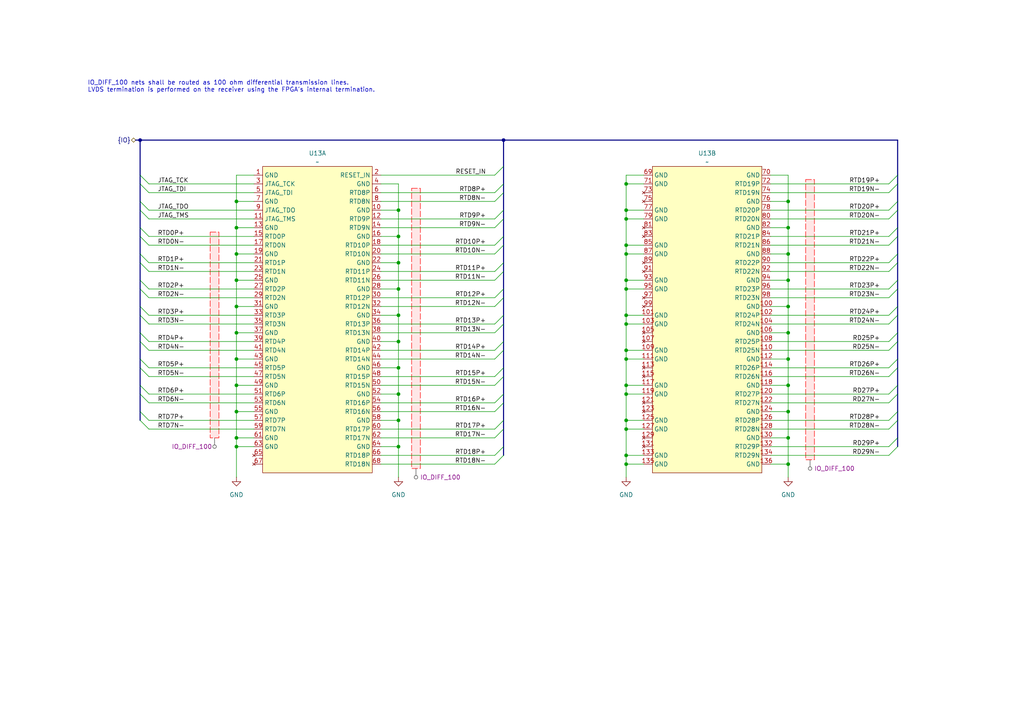
<source format=kicad_sch>
(kicad_sch (version 20250114) (generator "eeschema") (generator_version "9.0")
  (paper "A4")
  (title_block (title "${Project Designation}") (date "2024-06-30") (rev "${Revision}") (comment 1 "${Project Title}") (comment 2 "IO CONNECTOR 1") (comment 3 "${Part Number}"))
  (lib_symbols
    (symbol "ECAP5-BSOM:IO_CONN" (in_bom no)
      (property "Reference" "U" (at -16.51 45.72 0))
      (symbol "IO_CONN_1_0"
        (pin passive line (at -19.05 41.91 0) (length 2.54) (name "GND") (number "1"))
        (pin passive line (at -19.05 39.37 0) (length 2.54) (name "JTAG_TCK") (number "3"))
        (pin passive line (at -19.05 36.83 0) (length 2.54) (name "JTAG_TDI") (number "5"))
        (pin passive line (at -19.05 34.29 0) (length 2.54) (name "GND") (number "7"))
        (pin passive line (at -19.05 31.75 0) (length 2.54) (name "JTAG_TDO") (number "9"))
        (pin passive line (at -19.05 29.21 0) (length 2.54) (name "JTAG_TMS") (number "11"))
        (pin passive line (at -19.05 26.67 0) (length 2.54) (name "GND") (number "13"))
        (pin passive line (at -19.05 24.13 0) (length 2.54) (name "RTD0P") (number "15"))
        (pin passive line (at -19.05 21.59 0) (length 2.54) (name "RTD0N") (number "17"))
        (pin passive line (at -19.05 19.05 0) (length 2.54) (name "GND") (number "19"))
        (pin passive line (at -19.05 16.51 0) (length 2.54) (name "RTD1P") (number "21"))
        (pin passive line (at -19.05 13.97 0) (length 2.54) (name "RTD1N") (number "23"))
        (pin passive line (at -19.05 11.43 0) (length 2.54) (name "GND") (number "25"))
        (pin passive line (at -19.05 8.89 0) (length 2.54) (name "RTD2P") (number "27"))
        (pin passive line (at -19.05 6.35 0) (length 2.54) (name "RTD2N") (number "29"))
        (pin passive line (at -19.05 3.81 0) (length 2.54) (name "GND") (number "31"))
        (pin passive line (at -19.05 1.27 0) (length 2.54) (name "RTD3P") (number "33"))
        (pin passive line (at -19.05 -1.27 0) (length 2.54) (name "RTD3N") (number "35"))
        (pin passive line (at -19.05 -3.81 0) (length 2.54) (name "GND") (number "37"))
        (pin passive line (at -19.05 -6.35 0) (length 2.54) (name "RTD4P") (number "39"))
        (pin passive line (at -19.05 -8.89 0) (length 2.54) (name "RTD4N") (number "41"))
        (pin passive line (at -19.05 -11.43 0) (length 2.54) (name "GND") (number "43"))
        (pin passive line (at -19.05 -13.97 0) (length 2.54) (name "RTD5P") (number "45"))
        (pin passive line (at -19.05 -16.51 0) (length 2.54) (name "RTD5N") (number "47"))
        (pin passive line (at -19.05 -19.05 0) (length 2.54) (name "GND") (number "49"))
        (pin passive line (at -19.05 -21.59 0) (length 2.54) (name "RTD6P") (number "51"))
        (pin passive line (at -19.05 -24.13 0) (length 2.54) (name "RTD6N") (number "53"))
        (pin passive line (at -19.05 -26.67 0) (length 2.54) (name "GND") (number "55"))
        (pin passive line (at -19.05 -29.21 0) (length 2.54) (name "RTD7P") (number "57"))
        (pin passive line (at -19.05 -31.75 0) (length 2.54) (name "RTD7N") (number "59"))
        (pin passive line (at -19.05 -34.29 0) (length 2.54) (name "GND") (number "61"))
        (pin passive line (at -19.05 -36.83 0) (length 2.54) (name "GND") (number "63"))
        (pin no_connect line (at -19.05 -39.37 0) (length 2.54) (name "") (number "65"))
        (pin no_connect line (at -19.05 -41.91 0) (length 2.54) (name "") (number "67"))
        (pin passive line (at 17.78 41.91 180) (length 2.54) (name "RESET_IN") (number "2"))
        (pin passive line (at 17.78 39.37 180) (length 2.54) (name "GND") (number "4"))
        (pin passive line (at 17.78 36.83 180) (length 2.54) (name "RTD8P") (number "6"))
        (pin passive line (at 17.78 34.29 180) (length 2.54) (name "RTD8N") (number "8"))
        (pin passive line (at 17.78 31.75 180) (length 2.54) (name "GND") (number "10"))
        (pin passive line (at 17.78 29.21 180) (length 2.54) (name "RTD9P") (number "12"))
        (pin passive line (at 17.78 26.67 180) (length 2.54) (name "RTD9N") (number "14"))
        (pin passive line (at 17.78 24.13 180) (length 2.54) (name "GND") (number "16"))
        (pin passive line (at 17.78 21.59 180) (length 2.54) (name "RTD10P") (number "18"))
        (pin passive line (at 17.78 19.05 180) (length 2.54) (name "RTD10N") (number "20"))
        (pin passive line (at 17.78 16.51 180) (length 2.54) (name "GND") (number "22"))
        (pin passive line (at 17.78 13.97 180) (length 2.54) (name "RTD11P") (number "24"))
        (pin passive line (at 17.78 11.43 180) (length 2.54) (name "RTD11N") (number "26"))
        (pin passive line (at 17.78 8.89 180) (length 2.54) (name "GND") (number "28"))
        (pin passive line (at 17.78 6.35 180) (length 2.54) (name "RTD12P") (number "30"))
        (pin passive line (at 17.78 3.81 180) (length 2.54) (name "RTD12N") (number "32"))
        (pin passive line (at 17.78 1.27 180) (length 2.54) (name "GND") (number "34"))
        (pin passive line (at 17.78 -1.27 180) (length 2.54) (name "RTD13P") (number "36"))
        (pin passive line (at 17.78 -3.81 180) (length 2.54) (name "RTD13N") (number "38"))
        (pin passive line (at 17.78 -6.35 180) (length 2.54) (name "GND") (number "40"))
        (pin passive line (at 17.78 -8.89 180) (length 2.54) (name "RTD14P") (number "42"))
        (pin passive line (at 17.78 -11.43 180) (length 2.54) (name "RTD14N") (number "44"))
        (pin passive line (at 17.78 -13.97 180) (length 2.54) (name "GND") (number "46"))
        (pin passive line (at 17.78 -16.51 180) (length 2.54) (name "RTD15P") (number "48"))
        (pin passive line (at 17.78 -19.05 180) (length 2.54) (name "RTD15N") (number "50"))
        (pin passive line (at 17.78 -21.59 180) (length 2.54) (name "GND") (number "52"))
        (pin passive line (at 17.78 -24.13 180) (length 2.54) (name "RTD16P") (number "54"))
        (pin passive line (at 17.78 -26.67 180) (length 2.54) (name "RTD16N") (number "56"))
        (pin passive line (at 17.78 -29.21 180) (length 2.54) (name "GND") (number "58"))
        (pin passive line (at 17.78 -31.75 180) (length 2.54) (name "RTD17P") (number "60"))
        (pin passive line (at 17.78 -34.29 180) (length 2.54) (name "RTD17N") (number "62"))
        (pin passive line (at 17.78 -36.83 180) (length 2.54) (name "GND") (number "64"))
        (pin passive line (at 17.78 -39.37 180) (length 2.54) (name "RTD18P") (number "66"))
        (pin passive line (at 17.78 -41.91 180) (length 2.54) (name "RTD18N") (number "68"))
      )
      (symbol "IO_CONN_1_1"
        (rectangle (start -16.51 44.45) (end 15.24 -44.45) (fill (type background)))
      )
      (symbol "IO_CONN_2_0"
        (pin passive line (at -19.05 41.91 0) (length 2.54) (name "GND") (number "69"))
        (pin passive line (at -19.05 39.37 0) (length 2.54) (name "GND") (number "71"))
        (pin no_connect line (at -19.05 36.83 0) (length 2.54) (name "") (number "73"))
        (pin no_connect line (at -19.05 34.29 0) (length 2.54) (name "") (number "75"))
        (pin passive line (at -19.05 31.75 0) (length 2.54) (name "GND") (number "77"))
        (pin passive line (at -19.05 29.21 0) (length 2.54) (name "GND") (number "79"))
        (pin no_connect line (at -19.05 26.67 0) (length 2.54) (name "") (number "81"))
        (pin no_connect line (at -19.05 24.13 0) (length 2.54) (name "") (number "83"))
        (pin passive line (at -19.05 21.59 0) (length 2.54) (name "GND") (number "85"))
        (pin passive line (at -19.05 19.05 0) (length 2.54) (name "GND") (number "87"))
        (pin no_connect line (at -19.05 16.51 0) (length 2.54) (name "") (number "89"))
        (pin no_connect line (at -19.05 13.97 0) (length 2.54) (name "") (number "91"))
        (pin passive line (at -19.05 11.43 0) (length 2.54) (name "GND") (number "93"))
        (pin passive line (at -19.05 8.89 0) (length 2.54) (name "GND") (number "95"))
        (pin no_connect line (at -19.05 6.35 0) (length 2.54) (name "") (number "97"))
        (pin no_connect line (at -19.05 3.81 0) (length 2.54) (name "") (number "99"))
        (pin passive line (at -19.05 1.27 0) (length 2.54) (name "GND") (number "101"))
        (pin passive line (at -19.05 -1.27 0) (length 2.54) (name "GND") (number "103"))
        (pin no_connect line (at -19.05 -3.81 0) (length 2.54) (name "") (number "105"))
        (pin no_connect line (at -19.05 -6.35 0) (length 2.54) (name "") (number "107"))
        (pin passive line (at -19.05 -8.89 0) (length 2.54) (name "GND") (number "109"))
        (pin passive line (at -19.05 -11.43 0) (length 2.54) (name "GND") (number "111"))
        (pin no_connect line (at -19.05 -13.97 0) (length 2.54) (name "") (number "113"))
        (pin no_connect line (at -19.05 -16.51 0) (length 2.54) (name "") (number "115"))
        (pin passive line (at -19.05 -19.05 0) (length 2.54) (name "GND") (number "117"))
        (pin passive line (at -19.05 -21.59 0) (length 2.54) (name "GND") (number "119"))
        (pin no_connect line (at -19.05 -24.13 0) (length 2.54) (name "") (number "121"))
        (pin no_connect line (at -19.05 -26.67 0) (length 2.54) (name "") (number "123"))
        (pin passive line (at -19.05 -29.21 0) (length 2.54) (name "GND") (number "125"))
        (pin passive line (at -19.05 -31.75 0) (length 2.54) (name "GND") (number "127"))
        (pin no_connect line (at -19.05 -34.29 0) (length 2.54) (name "") (number "129"))
        (pin no_connect line (at -19.05 -36.83 0) (length 2.54) (name "") (number "131"))
        (pin passive line (at -19.05 -39.37 0) (length 2.54) (name "GND") (number "133"))
        (pin passive line (at -19.05 -41.91 0) (length 2.54) (name "GND") (number "135"))
        (pin passive line (at 17.78 41.91 180) (length 2.54) (name "GND") (number "70"))
        (pin passive line (at 17.78 39.37 180) (length 2.54) (name "RTD19P") (number "72"))
        (pin passive line (at 17.78 36.83 180) (length 2.54) (name "RTD19N") (number "74"))
        (pin passive line (at 17.78 34.29 180) (length 2.54) (name "GND") (number "76"))
        (pin passive line (at 17.78 31.75 180) (length 2.54) (name "RTD20P") (number "78"))
        (pin passive line (at 17.78 29.21 180) (length 2.54) (name "RTD20N") (number "80"))
        (pin passive line (at 17.78 26.67 180) (length 2.54) (name "GND") (number "82"))
        (pin passive line (at 17.78 24.13 180) (length 2.54) (name "RTD21P") (number "84"))
        (pin passive line (at 17.78 21.59 180) (length 2.54) (name "RTD21N") (number "86"))
        (pin passive line (at 17.78 19.05 180) (length 2.54) (name "GND") (number "88"))
        (pin passive line (at 17.78 16.51 180) (length 2.54) (name "RTD22P") (number "90"))
        (pin passive line (at 17.78 13.97 180) (length 2.54) (name "RTD22N") (number "92"))
        (pin passive line (at 17.78 11.43 180) (length 2.54) (name "GND") (number "94"))
        (pin passive line (at 17.78 8.89 180) (length 2.54) (name "RTD23P") (number "96"))
        (pin passive line (at 17.78 6.35 180) (length 2.54) (name "RTD23N") (number "98"))
        (pin passive line (at 17.78 3.81 180) (length 2.54) (name "GND") (number "100"))
        (pin passive line (at 17.78 1.27 180) (length 2.54) (name "RTD24P") (number "102"))
        (pin passive line (at 17.78 -1.27 180) (length 2.54) (name "RTD24N") (number "104"))
        (pin passive line (at 17.78 -3.81 180) (length 2.54) (name "GND") (number "106"))
        (pin passive line (at 17.78 -6.35 180) (length 2.54) (name "RTD25P") (number "108"))
        (pin passive line (at 17.78 -8.89 180) (length 2.54) (name "RTD25N") (number "110"))
        (pin passive line (at 17.78 -11.43 180) (length 2.54) (name "GND") (number "112"))
        (pin passive line (at 17.78 -13.97 180) (length 2.54) (name "RTD26P") (number "114"))
        (pin passive line (at 17.78 -16.51 180) (length 2.54) (name "RTD26N") (number "116"))
        (pin passive line (at 17.78 -19.05 180) (length 2.54) (name "GND") (number "118"))
        (pin passive line (at 17.78 -21.59 180) (length 2.54) (name "RTD27P") (number "120"))
        (pin passive line (at 17.78 -24.13 180) (length 2.54) (name "RTD27N") (number "122"))
        (pin passive line (at 17.78 -26.67 180) (length 2.54) (name "GND") (number "124"))
        (pin passive line (at 17.78 -29.21 180) (length 2.54) (name "RTD28P") (number "126"))
        (pin passive line (at 17.78 -31.75 180) (length 2.54) (name "RTD28N") (number "128"))
        (pin passive line (at 17.78 -34.29 180) (length 2.54) (name "GND") (number "130"))
        (pin passive line (at 17.78 -36.83 180) (length 2.54) (name "RTD29P") (number "132"))
        (pin passive line (at 17.78 -39.37 180) (length 2.54) (name "RTD29N") (number "134"))
        (pin passive line (at 17.78 -41.91 180) (length 2.54) (name "GND") (number "136"))
      )
      (symbol "IO_CONN_2_1"
        (rectangle (start -16.51 44.45) (end 15.24 -44.45) (fill (type background)))
      )
      (symbol "IO_CONN_3_0"
        (pin no_connect line (at -19.05 41.91 0) (length 2.54) (name "") (number "137"))
        (pin no_connect line (at -19.05 39.37 0) (length 2.54) (name "") (number "139"))
        (pin passive line (at -19.05 36.83 0) (length 2.54) (name "GND") (number "141"))
        (pin passive line (at -19.05 19.05 0) (length 2.54) (name "SE0") (number "143"))
        (pin passive line (at -19.05 16.51 0) (length 2.54) (name "GND") (number "145"))
        (pin passive line (at -19.05 13.97 0) (length 2.54) (name "SE1") (number "147"))
        (pin passive line (at -19.05 11.43 0) (length 2.54) (name "SE2") (number "149"))
        (pin passive line (at -19.05 8.89 0) (length 2.54) (name "GND") (number "151"))
        (pin passive line (at -19.05 6.35 0) (length 2.54) (name "SE3") (number "153"))
        (pin passive line (at -19.05 3.81 0) (length 2.54) (name "SE4") (number "155"))
        (pin passive line (at -19.05 1.27 0) (length 2.54) (name "GND") (number "157"))
        (pin passive line (at -19.05 -1.27 0) (length 2.54) (name "SE5") (number "159"))
        (pin passive line (at -19.05 -3.81 0) (length 2.54) (name "SE6") (number "161"))
        (pin passive line (at -19.05 -6.35 0) (length 2.54) (name "GND") (number "163"))
        (pin passive line (at -19.05 -8.89 0) (length 2.54) (name "SE7") (number "165"))
        (pin passive line (at -19.05 -11.43 0) (length 2.54) (name "SE8") (number "167"))
        (pin passive line (at -19.05 -13.97 0) (length 2.54) (name "GND") (number "169"))
        (pin passive line (at -19.05 -16.51 0) (length 2.54) (name "SE9") (number "171"))
        (pin passive line (at -19.05 -19.05 0) (length 2.54) (name "SE10") (number "173"))
        (pin passive line (at -19.05 -21.59 0) (length 2.54) (name "GND") (number "175"))
        (pin passive line (at -19.05 -24.13 0) (length 2.54) (name "SE11") (number "177"))
        (pin passive line (at -19.05 -26.67 0) (length 2.54) (name "SE12") (number "179"))
        (pin passive line (at -19.05 -29.21 0) (length 2.54) (name "GND") (number "181"))
        (pin passive line (at -19.05 -31.75 0) (length 2.54) (name "SE13") (number "183"))
        (pin passive line (at -19.05 -34.29 0) (length 2.54) (name "SE14") (number "185"))
        (pin passive line (at -19.05 -36.83 0) (length 2.54) (name "GND") (number "187"))
        (pin passive line (at -19.05 -39.37 0) (length 2.54) (name "SE15") (number "189"))
        (pin passive line (at -19.05 -41.91 0) (length 2.54) (name "SE16") (number "191"))
        (pin passive line (at 17.78 41.91 180) (length 2.54) (name "RTD30P") (number "138"))
        (pin passive line (at 17.78 39.37 180) (length 2.54) (name "RTD30N") (number "140"))
        (pin passive line (at 17.78 36.83 180) (length 2.54) (name "GND") (number "142"))
        (pin passive line (at 17.78 19.05 180) (length 2.54) (name "GND") (number "144"))
        (pin passive line (at 17.78 16.51 180) (length 2.54) (name "RTD31P") (number "146"))
        (pin passive line (at 17.78 13.97 180) (length 2.54) (name "RTD31N") (number "148"))
        (pin passive line (at 17.78 11.43 180) (length 2.54) (name "GND") (number "150"))
        (pin passive line (at 17.78 8.89 180) (length 2.54) (name "SE35") (number "152"))
        (pin passive line (at 17.78 6.35 180) (length 2.54) (name "SE36") (number "154"))
        (pin passive line (at 17.78 3.81 180) (length 2.54) (name "GND") (number "156"))
        (pin passive line (at 17.78 1.27 180) (length 2.54) (name "SE37") (number "158"))
        (pin passive line (at 17.78 -1.27 180) (length 2.54) (name "SE38") (number "160"))
        (pin passive line (at 17.78 -3.81 180) (length 2.54) (name "GND") (number "162"))
        (pin passive line (at 17.78 -6.35 180) (length 2.54) (name "SE39") (number "164"))
        (pin passive line (at 17.78 -8.89 180) (length 2.54) (name "SE40") (number "166"))
        (pin passive line (at 17.78 -11.43 180) (length 2.54) (name "GND") (number "168"))
        (pin passive line (at 17.78 -13.97 180) (length 2.54) (name "SE41") (number "170"))
        (pin passive line (at 17.78 -16.51 180) (length 2.54) (name "SE42") (number "172"))
        (pin passive line (at 17.78 -19.05 180) (length 2.54) (name "GND") (number "174"))
        (pin passive line (at 17.78 -21.59 180) (length 2.54) (name "SE43") (number "176"))
        (pin passive line (at 17.78 -24.13 180) (length 2.54) (name "SE44") (number "178"))
        (pin passive line (at 17.78 -26.67 180) (length 2.54) (name "GND") (number "180"))
        (pin passive line (at 17.78 -29.21 180) (length 2.54) (name "SE45") (number "182"))
        (pin passive line (at 17.78 -31.75 180) (length 2.54) (name "SE46") (number "184"))
        (pin passive line (at 17.78 -34.29 180) (length 2.54) (name "GND") (number "186"))
        (pin passive line (at 17.78 -36.83 180) (length 2.54) (name "SE47") (number "188"))
        (pin passive line (at 17.78 -39.37 180) (length 2.54) (name "SE48") (number "190"))
        (pin passive line (at 17.78 -41.91 180) (length 2.54) (name "GND") (number "192"))
      )
      (symbol "IO_CONN_3_1"
        (rectangle (start -16.51 44.45) (end 15.24 -44.45) (fill (type background)))
        (rectangle (start -16.51 33.02) (end 15.24 22.86))
        (text "key" (at -0.254 28.194 0) (effects (font (size 1.27 1.27) (italic yes))))
      )
      (symbol "IO_CONN_4_0"
        (pin passive line (at -19.05 41.91 0) (length 2.54) (name "GND") (number "193"))
        (pin passive line (at -19.05 39.37 0) (length 2.54) (name "SE17") (number "195"))
        (pin passive line (at -19.05 36.83 0) (length 2.54) (name "SE18") (number "197"))
        (pin passive line (at -19.05 34.29 0) (length 2.54) (name "GND") (number "199"))
        (pin passive line (at -19.05 31.75 0) (length 2.54) (name "SE19") (number "201"))
        (pin passive line (at -19.05 29.21 0) (length 2.54) (name "SE20") (number "203"))
        (pin passive line (at -19.05 26.67 0) (length 2.54) (name "GND") (number "205"))
        (pin passive line (at -19.05 24.13 0) (length 2.54) (name "SE21") (number "207"))
        (pin passive line (at -19.05 21.59 0) (length 2.54) (name "SE22") (number "209"))
        (pin passive line (at -19.05 19.05 0) (length 2.54) (name "GND") (number "211"))
        (pin passive line (at -19.05 16.51 0) (length 2.54) (name "SE23") (number "213"))
        (pin passive line (at -19.05 13.97 0) (length 2.54) (name "SE24") (number "215"))
        (pin passive line (at -19.05 11.43 0) (length 2.54) (name "GND") (number "217"))
        (pin passive line (at -19.05 8.89 0) (length 2.54) (name "SE25") (number "219"))
        (pin passive line (at -19.05 6.35 0) (length 2.54) (name "SE26") (number "221"))
        (pin passive line (at -19.05 3.81 0) (length 2.54) (name "GND") (number "223"))
        (pin passive line (at -19.05 1.27 0) (length 2.54) (name "SE27") (number "225"))
        (pin passive line (at -19.05 -1.27 0) (length 2.54) (name "SE28") (number "227"))
        (pin passive line (at -19.05 -3.81 0) (length 2.54) (name "GND") (number "229"))
        (pin passive line (at -19.05 -6.35 0) (length 2.54) (name "SE29") (number "231"))
        (pin passive line (at -19.05 -8.89 0) (length 2.54) (name "SE30") (number "233"))
        (pin passive line (at -19.05 -11.43 0) (length 2.54) (name "GND") (number "235"))
        (pin passive line (at -19.05 -13.97 0) (length 2.54) (name "SE31") (number "237"))
        (pin passive line (at -19.05 -16.51 0) (length 2.54) (name "SE32") (number "239"))
        (pin passive line (at -19.05 -19.05 0) (length 2.54) (name "GND") (number "241"))
        (pin passive line (at -19.05 -21.59 0) (length 2.54) (name "SE33") (number "243"))
        (pin passive line (at -19.05 -24.13 0) (length 2.54) (name "SE34") (number "245"))
        (pin passive line (at -19.05 -26.67 0) (length 2.54) (name "GND") (number "247"))
        (pin passive line (at -19.05 -29.21 0) (length 2.54) (name "GND") (number "249"))
        (pin passive line (at -19.05 -31.75 0) (length 2.54) (name "VIN9_15") (number "251"))
        (pin passive line (at -19.05 -34.29 0) (length 2.54) (name "VIN9_15") (number "253"))
        (pin passive line (at -19.05 -36.83 0) (length 2.54) (name "VIN9_15") (number "255"))
        (pin passive line (at -19.05 -39.37 0) (length 2.54) (name "VIN9_15") (number "257"))
        (pin passive line (at -19.05 -41.91 0) (length 2.54) (name "VIN9_15") (number "259"))
        (pin passive line (at 17.78 41.91 180) (length 2.54) (name "SE49") (number "194"))
        (pin passive line (at 17.78 39.37 180) (length 2.54) (name "SE50") (number "196"))
        (pin passive line (at 17.78 36.83 180) (length 2.54) (name "GND") (number "198"))
        (pin passive line (at 17.78 34.29 180) (length 2.54) (name "SE51") (number "200"))
        (pin passive line (at 17.78 31.75 180) (length 2.54) (name "SE52") (number "202"))
        (pin passive line (at 17.78 29.21 180) (length 2.54) (name "GND") (number "204"))
        (pin passive line (at 17.78 26.67 180) (length 2.54) (name "SE53") (number "206"))
        (pin passive line (at 17.78 24.13 180) (length 2.54) (name "SE54") (number "208"))
        (pin passive line (at 17.78 21.59 180) (length 2.54) (name "GND") (number "210"))
        (pin passive line (at 17.78 19.05 180) (length 2.54) (name "SE55") (number "212"))
        (pin passive line (at 17.78 16.51 180) (length 2.54) (name "SE56") (number "214"))
        (pin passive line (at 17.78 13.97 180) (length 2.54) (name "GND") (number "216"))
        (pin passive line (at 17.78 11.43 180) (length 2.54) (name "SE57") (number "218"))
        (pin passive line (at 17.78 8.89 180) (length 2.54) (name "SE58") (number "220"))
        (pin passive line (at 17.78 6.35 180) (length 2.54) (name "GND") (number "222"))
        (pin passive line (at 17.78 3.81 180) (length 2.54) (name "SE59") (number "224"))
        (pin passive line (at 17.78 1.27 180) (length 2.54) (name "SE60") (number "226"))
        (pin passive line (at 17.78 -1.27 180) (length 2.54) (name "GND") (number "228"))
        (pin passive line (at 17.78 -3.81 180) (length 2.54) (name "SE61") (number "230"))
        (pin passive line (at 17.78 -6.35 180) (length 2.54) (name "SE62") (number "232"))
        (pin passive line (at 17.78 -8.89 180) (length 2.54) (name "GND") (number "234"))
        (pin passive line (at 17.78 -11.43 180) (length 2.54) (name "SE63") (number "236"))
        (pin passive line (at 17.78 -13.97 180) (length 2.54) (name "SE64") (number "238"))
        (pin passive line (at 17.78 -16.51 180) (length 2.54) (name "GND") (number "240"))
        (pin passive line (at 17.78 -19.05 180) (length 2.54) (name "SE65") (number "242"))
        (pin passive line (at 17.78 -21.59 180) (length 2.54) (name "SE66") (number "244"))
        (pin passive line (at 17.78 -24.13 180) (length 2.54) (name "GND") (number "246"))
        (pin passive line (at 17.78 -26.67 180) (length 2.54) (name "SE67") (number "248"))
        (pin passive line (at 17.78 -29.21 180) (length 2.54) (name "GND") (number "250"))
        (pin passive line (at 17.78 -31.75 180) (length 2.54) (name "VIN9_15") (number "252"))
        (pin passive line (at 17.78 -34.29 180) (length 2.54) (name "VIN9_15") (number "254"))
        (pin passive line (at 17.78 -36.83 180) (length 2.54) (name "VIN9_15") (number "256"))
        (pin passive line (at 17.78 -39.37 180) (length 2.54) (name "VIN9_15") (number "258"))
        (pin passive line (at 17.78 -41.91 180) (length 2.54) (name "VIN9_15") (number "260"))
      )
      (symbol "IO_CONN_4_1"
        (rectangle (start -16.51 44.45) (end 15.24 -44.45) (fill (type background)))
      )
    )
    (symbol "power:GND" (power) (pin_numbers (hide yes)) (pin_names (offset 0) (hide yes))
      (property "Value" "GND" (at 0 -3.81 0))
      (symbol "GND_0_1"
        (polyline (pts (xy 0 0) (xy 0 -1.27) (xy 1.27 -1.27) (xy 0 -2.54) (xy -1.27 -1.27) (xy 0 -1.27)))
      )
      (symbol "GND_1_1"
        (pin power_in line (at 0 0 270) (length 0) (name "~") (number "1"))
      )
    )
  )
  (bus_alias "IO" (members "JTAG_TCK" "JTAG_TDI" "JTAG_TDO" "JTAG_TMS" "SE1" "SE2" "SE3" "SE4" "SE5" "SE6" "SE7" "SE8" "SE9" "SE10" "SE11" "SE12" "SE13" "SE14" "SE15" "SE16" "SE17" "SE18" "SE19" "SE20" "SE21" "SE22" "SE23" "SE24" "SE25" "SE26" "SE27" "SE28" "SE29" "SE30" "SE31" "SE32" "SE33" "SE34" "SE35" "SE36" "SE37" "SE38" "SE39" "SE40" "SE41" "SE42" "SE43" "SE44" "SE45" "SE46" "SE47" "SE48" "SE49" "SE50" "SE51" "SE52" "SE53" "SE54" "SE55" "SE56" "SE57" "SE58" "SE59" "SE60" "SE61" "SE62" "SE63" "SE64" "SE65" "SE66" "SE67" "RTD0P+" "RTD0N-" "RTD1P+" "RTD1N-" "RTD2P+" "RTD2N-" "RTD3P+" "RTD3N-" "RTD4P+" "RTD4N-" "RTD5P+" "RTD5N-" "RTD6P+" "RTD6N-" "RTD7P+" "RTD7N-" "RTD8P+" "RTD8N-" "RTD9P+" "RTD9N-" "RTD10P+" "RTD10N-" "RTD11P+" "RTD11N-" "RTD12P+" "RTD12N-" "RTD13P+" "RTD13N-" "RTD14P+" "RTD14N-" "RTD15P+" "RTD15N-" "RTD16P+" "RTD16N-" "RTD17P+" "RTD17N-" "RTD18P+" "RTD18N-" "RTD19P+" "RTD19N-" "RTD20P+" "RTD20N-" "RTD21P+" "RTD21N-" "RTD22P+" "RTD22N-" "RTD23P+" "RTD23N-" "RTD24P+" "RTD24N-" "RD25P+" "RD25N-" "RTD26P+" "RTD26N-" "RD27P+" "RD27N-" "RTD28P+" "RTD28N-" "RD29P+" "RD29N-" "RTD30P+" "RTD30N-" "RD31P+" "RD31N-" "RESET_IN" "SE0"))
  (text "IO_DIFF_100 nets shall be routed as 100 ohm differential transmission lines.\nLVDS termination is performed on the receiver using the FPGA's internal termination." (at 25.4 25.146 0) (effects (font (size 1.27 1.27)) (justify left)))
  (junction (at 40.64 40.64))
  (junction (at 115.57 121.92))
  (junction (at 181.61 53.34))
  (junction (at 181.61 81.28))
  (junction (at 181.61 101.6))
  (junction (at 228.6 88.9))
  (junction (at 181.61 132.08))
  (junction (at 115.57 91.44))
  (junction (at 68.58 119.38))
  (junction (at 146.05 40.64))
  (junction (at 228.6 104.14))
  (junction (at 115.57 83.82))
  (junction (at 181.61 121.92))
  (junction (at 181.61 73.66))
  (junction (at 115.57 129.54))
  (junction (at 181.61 93.98))
  (junction (at 228.6 134.62))
  (junction (at 228.6 66.04))
  (junction (at 68.58 81.28))
  (junction (at 68.58 88.9))
  (junction (at 181.61 134.62))
  (junction (at 68.58 111.76))
  (junction (at 181.61 124.46))
  (junction (at 181.61 60.96))
  (junction (at 115.57 114.3))
  (junction (at 115.57 106.68))
  (junction (at 228.6 111.76))
  (junction (at 115.57 60.96))
  (junction (at 115.57 76.2))
  (junction (at 68.58 127))
  (junction (at 181.61 104.14))
  (junction (at 181.61 114.3))
  (junction (at 181.61 63.5))
  (junction (at 228.6 58.42))
  (junction (at 181.61 91.44))
  (junction (at 228.6 127))
  (junction (at 181.61 71.12))
  (junction (at 68.58 73.66))
  (junction (at 68.58 104.14))
  (junction (at 181.61 111.76))
  (junction (at 68.58 58.42))
  (junction (at 68.58 96.52))
  (junction (at 115.57 68.58))
  (junction (at 228.6 96.52))
  (junction (at 68.58 129.54))
  (junction (at 181.61 83.82))
  (junction (at 228.6 119.38))
  (junction (at 115.57 99.06))
  (junction (at 228.6 73.66))
  (junction (at 228.6 81.28))
  (junction (at 68.58 66.04))
  (bus_entry (at 40.64 50.8) (size 2.54 2.54))
  (bus_entry (at 146.05 53.34) (size -2.54 2.54))
  (bus_entry (at 260.35 111.76) (size -2.54 2.54))
  (bus_entry (at 146.05 106.68) (size -2.54 2.54))
  (bus_entry (at 146.05 129.54) (size -2.54 2.54))
  (bus_entry (at 146.05 116.84) (size -2.54 2.54))
  (bus_entry (at 146.05 101.6) (size -2.54 2.54))
  (bus_entry (at 260.35 88.9) (size -2.54 2.54))
  (bus_entry (at 260.35 73.66) (size -2.54 2.54))
  (bus_entry (at 260.35 66.04) (size -2.54 2.54))
  (bus_entry (at 260.35 58.42) (size -2.54 2.54))
  (bus_entry (at 260.35 83.82) (size -2.54 2.54))
  (bus_entry (at 40.64 106.68) (size 2.54 2.54))
  (bus_entry (at 40.64 104.14) (size 2.54 2.54))
  (bus_entry (at 146.05 114.3) (size -2.54 2.54))
  (bus_entry (at 260.35 127) (size -2.54 2.54))
  (bus_entry (at 40.64 88.9) (size 2.54 2.54))
  (bus_entry (at 40.64 91.44) (size 2.54 2.54))
  (bus_entry (at 40.64 114.3) (size 2.54 2.54))
  (bus_entry (at 260.35 68.58) (size -2.54 2.54))
  (bus_entry (at 260.35 96.52) (size -2.54 2.54))
  (bus_entry (at 40.64 111.76) (size 2.54 2.54))
  (bus_entry (at 260.35 104.14) (size -2.54 2.54))
  (bus_entry (at 146.05 83.82) (size -2.54 2.54))
  (bus_entry (at 40.64 99.06) (size 2.54 2.54))
  (bus_entry (at 40.64 96.52) (size 2.54 2.54))
  (bus_entry (at 260.35 121.92) (size -2.54 2.54))
  (bus_entry (at 146.05 132.08) (size -2.54 2.54))
  (bus_entry (at 40.64 121.92) (size 2.54 2.54))
  (bus_entry (at 40.64 60.96) (size 2.54 2.54))
  (bus_entry (at 260.35 50.8) (size -2.54 2.54))
  (bus_entry (at 40.64 58.42) (size 2.54 2.54))
  (bus_entry (at 40.64 68.58) (size 2.54 2.54))
  (bus_entry (at 146.05 76.2) (size -2.54 2.54))
  (bus_entry (at 146.05 63.5) (size -2.54 2.54))
  (bus_entry (at 146.05 60.96) (size -2.54 2.54))
  (bus_entry (at 40.64 76.2) (size 2.54 2.54))
  (bus_entry (at 260.35 114.3) (size -2.54 2.54))
  (bus_entry (at 40.64 73.66) (size 2.54 2.54))
  (bus_entry (at 146.05 78.74) (size -2.54 2.54))
  (bus_entry (at 146.05 121.92) (size -2.54 2.54))
  (bus_entry (at 146.05 93.98) (size -2.54 2.54))
  (bus_entry (at 146.05 48.26) (size -2.54 2.54))
  (bus_entry (at 146.05 124.46) (size -2.54 2.54))
  (bus_entry (at 260.35 53.34) (size -2.54 2.54))
  (bus_entry (at 260.35 81.28) (size -2.54 2.54))
  (bus_entry (at 146.05 91.44) (size -2.54 2.54))
  (bus_entry (at 146.05 71.12) (size -2.54 2.54))
  (bus_entry (at 260.35 91.44) (size -2.54 2.54))
  (bus_entry (at 146.05 68.58) (size -2.54 2.54))
  (bus_entry (at 146.05 109.22) (size -2.54 2.54))
  (bus_entry (at 40.64 81.28) (size 2.54 2.54))
  (bus_entry (at 260.35 99.06) (size -2.54 2.54))
  (bus_entry (at 40.64 53.34) (size 2.54 2.54))
  (bus_entry (at 146.05 55.88) (size -2.54 2.54))
  (bus_entry (at 40.64 83.82) (size 2.54 2.54))
  (bus_entry (at 146.05 99.06) (size -2.54 2.54))
  (bus_entry (at 40.64 119.38) (size 2.54 2.54))
  (bus_entry (at 260.35 76.2) (size -2.54 2.54))
  (bus_entry (at 260.35 106.68) (size -2.54 2.54))
  (bus_entry (at 260.35 119.38) (size -2.54 2.54))
  (bus_entry (at 260.35 60.96) (size -2.54 2.54))
  (bus_entry (at 40.64 66.04) (size 2.54 2.54))
  (bus_entry (at 260.35 129.54) (size -2.54 2.54))
  (bus_entry (at 146.05 86.36) (size -2.54 2.54))
  (wire (pts (xy 223.52 76.2) (xy 257.81 76.2)))
  (wire (pts (xy 43.18 71.12) (xy 73.66 71.12)))
  (wire (pts (xy 223.52 88.9) (xy 228.6 88.9)))
  (wire (pts (xy 223.52 109.22) (xy 257.81 109.22)))
  (wire (pts (xy 223.52 119.38) (xy 228.6 119.38)))
  (bus (pts (xy 260.35 99.06) (xy 260.35 96.52)))
  (wire (pts (xy 43.18 68.58) (xy 73.66 68.58)))
  (wire (pts (xy 223.52 83.82) (xy 257.81 83.82)))
  (wire (pts (xy 181.61 63.5) (xy 181.61 71.12)))
  (bus (pts (xy 40.64 83.82) (xy 40.64 81.28)))
  (wire (pts (xy 73.66 81.28) (xy 68.58 81.28)))
  (wire (pts (xy 110.49 76.2) (xy 115.57 76.2)))
  (wire (pts (xy 223.52 101.6) (xy 257.81 101.6)))
  (wire (pts (xy 68.58 138.43) (xy 68.58 129.54)))
  (bus (pts (xy 260.35 60.96) (xy 260.35 58.42)))
  (bus (pts (xy 146.05 63.5) (xy 146.05 60.96)))
  (wire (pts (xy 110.49 63.5) (xy 143.51 63.5)))
  (wire (pts (xy 223.52 73.66) (xy 228.6 73.66)))
  (bus (pts (xy 260.35 50.8) (xy 260.35 40.64)))
  (bus (pts (xy 260.35 66.04) (xy 260.35 60.96)))
  (wire (pts (xy 110.49 81.28) (xy 143.51 81.28)))
  (wire (pts (xy 186.69 134.62) (xy 181.61 134.62)))
  (wire (pts (xy 228.6 111.76) (xy 228.6 119.38)))
  (wire (pts (xy 43.18 53.34) (xy 73.66 53.34)))
  (wire (pts (xy 228.6 134.62) (xy 228.6 138.43)))
  (wire (pts (xy 181.61 71.12) (xy 186.69 71.12)))
  (wire (pts (xy 110.49 116.84) (xy 143.51 116.84)))
  (wire (pts (xy 181.61 132.08) (xy 181.61 134.62)))
  (wire (pts (xy 223.52 66.04) (xy 228.6 66.04)))
  (wire (pts (xy 181.61 114.3) (xy 186.69 114.3)))
  (wire (pts (xy 73.66 111.76) (xy 68.58 111.76)))
  (bus (pts (xy 146.05 55.88) (xy 146.05 53.34)))
  (bus (pts (xy 146.05 106.68) (xy 146.05 101.6)))
  (wire (pts (xy 223.52 81.28) (xy 228.6 81.28)))
  (wire (pts (xy 181.61 134.62) (xy 181.61 138.43)))
  (wire (pts (xy 228.6 50.8) (xy 228.6 58.42)))
  (bus (pts (xy 39.37 40.64) (xy 40.64 40.64)))
  (wire (pts (xy 43.18 114.3) (xy 73.66 114.3)))
  (bus (pts (xy 146.05 60.96) (xy 146.05 55.88)))
  (wire (pts (xy 115.57 99.06) (xy 115.57 106.68)))
  (wire (pts (xy 43.18 78.74) (xy 73.66 78.74)))
  (wire (pts (xy 110.49 66.04) (xy 143.51 66.04)))
  (bus (pts (xy 40.64 96.52) (xy 40.64 91.44)))
  (wire (pts (xy 228.6 96.52) (xy 228.6 104.14)))
  (bus (pts (xy 146.05 76.2) (xy 146.05 71.12)))
  (bus (pts (xy 146.05 40.64) (xy 260.35 40.64)))
  (bus (pts (xy 146.05 109.22) (xy 146.05 106.68)))
  (wire (pts (xy 223.52 50.8) (xy 228.6 50.8)))
  (bus (pts (xy 260.35 129.54) (xy 260.35 127)))
  (bus (pts (xy 40.64 68.58) (xy 40.64 66.04)))
  (wire (pts (xy 43.18 101.6) (xy 73.66 101.6)))
  (wire (pts (xy 223.52 58.42) (xy 228.6 58.42)))
  (wire (pts (xy 228.6 119.38) (xy 228.6 127)))
  (bus (pts (xy 260.35 119.38) (xy 260.35 114.3)))
  (wire (pts (xy 73.66 88.9) (xy 68.58 88.9)))
  (wire (pts (xy 43.18 86.36) (xy 73.66 86.36)))
  (bus (pts (xy 260.35 104.14) (xy 260.35 99.06)))
  (bus (pts (xy 146.05 91.44) (xy 146.05 86.36)))
  (bus (pts (xy 40.64 106.68) (xy 40.64 104.14)))
  (wire (pts (xy 228.6 81.28) (xy 228.6 88.9)))
  (bus (pts (xy 146.05 78.74) (xy 146.05 76.2)))
  (wire (pts (xy 115.57 91.44) (xy 115.57 99.06)))
  (wire (pts (xy 110.49 121.92) (xy 115.57 121.92)))
  (wire (pts (xy 43.18 109.22) (xy 73.66 109.22)))
  (wire (pts (xy 223.52 96.52) (xy 228.6 96.52)))
  (wire (pts (xy 73.66 119.38) (xy 68.58 119.38)))
  (wire (pts (xy 181.61 53.34) (xy 186.69 53.34)))
  (wire (pts (xy 110.49 88.9) (xy 143.51 88.9)))
  (wire (pts (xy 73.66 127) (xy 68.58 127)))
  (wire (pts (xy 73.66 104.14) (xy 68.58 104.14)))
  (bus (pts (xy 40.64 81.28) (xy 40.64 76.2)))
  (wire (pts (xy 110.49 109.22) (xy 143.51 109.22)))
  (wire (pts (xy 43.18 60.96) (xy 73.66 60.96)))
  (wire (pts (xy 115.57 106.68) (xy 115.57 114.3)))
  (wire (pts (xy 68.58 111.76) (xy 68.58 119.38)))
  (wire (pts (xy 43.18 124.46) (xy 73.66 124.46)))
  (wire (pts (xy 223.52 93.98) (xy 257.81 93.98)))
  (wire (pts (xy 186.69 50.8) (xy 181.61 50.8)))
  (wire (pts (xy 110.49 114.3) (xy 115.57 114.3)))
  (bus (pts (xy 40.64 119.38) (xy 40.64 114.3)))
  (wire (pts (xy 68.58 58.42) (xy 68.58 66.04)))
  (wire (pts (xy 181.61 63.5) (xy 186.69 63.5)))
  (wire (pts (xy 181.61 91.44) (xy 186.69 91.44)))
  (bus (pts (xy 40.64 50.8) (xy 40.64 40.64)))
  (wire (pts (xy 110.49 50.8) (xy 143.51 50.8)))
  (wire (pts (xy 73.66 50.8) (xy 68.58 50.8)))
  (bus (pts (xy 146.05 71.12) (xy 146.05 68.58)))
  (bus (pts (xy 146.05 114.3) (xy 146.05 109.22)))
  (wire (pts (xy 110.49 93.98) (xy 143.51 93.98)))
  (wire (pts (xy 181.61 121.92) (xy 186.69 121.92)))
  (wire (pts (xy 115.57 76.2) (xy 115.57 83.82)))
  (wire (pts (xy 110.49 78.74) (xy 143.51 78.74)))
  (wire (pts (xy 223.52 124.46) (xy 257.81 124.46)))
  (wire (pts (xy 43.18 76.2) (xy 73.66 76.2)))
  (bus (pts (xy 260.35 58.42) (xy 260.35 53.34)))
  (bus (pts (xy 146.05 132.08) (xy 146.05 129.54)))
  (wire (pts (xy 110.49 55.88) (xy 143.51 55.88)))
  (wire (pts (xy 110.49 127) (xy 143.51 127)))
  (bus (pts (xy 260.35 114.3) (xy 260.35 111.76)))
  (wire (pts (xy 110.49 60.96) (xy 115.57 60.96)))
  (wire (pts (xy 223.52 71.12) (xy 257.81 71.12)))
  (wire (pts (xy 110.49 106.68) (xy 115.57 106.68)))
  (wire (pts (xy 115.57 129.54) (xy 115.57 138.43)))
  (wire (pts (xy 223.52 121.92) (xy 257.81 121.92)))
  (wire (pts (xy 181.61 81.28) (xy 181.61 83.82)))
  (wire (pts (xy 228.6 73.66) (xy 228.6 81.28)))
  (wire (pts (xy 43.18 91.44) (xy 73.66 91.44)))
  (wire (pts (xy 110.49 53.34) (xy 115.57 53.34)))
  (wire (pts (xy 110.49 73.66) (xy 143.51 73.66)))
  (bus (pts (xy 260.35 96.52) (xy 260.35 91.44)))
  (bus (pts (xy 146.05 86.36) (xy 146.05 83.82)))
  (bus (pts (xy 146.05 48.26) (xy 146.05 40.64)))
  (wire (pts (xy 73.66 73.66) (xy 68.58 73.66)))
  (wire (pts (xy 181.61 132.08) (xy 186.69 132.08)))
  (bus (pts (xy 146.05 129.54) (xy 146.05 124.46)))
  (wire (pts (xy 110.49 58.42) (xy 143.51 58.42)))
  (wire (pts (xy 228.6 104.14) (xy 228.6 111.76)))
  (bus (pts (xy 260.35 127) (xy 260.35 121.92)))
  (wire (pts (xy 110.49 132.08) (xy 143.51 132.08)))
  (wire (pts (xy 181.61 124.46) (xy 181.61 132.08)))
  (wire (pts (xy 228.6 58.42) (xy 228.6 66.04)))
  (bus (pts (xy 146.05 99.06) (xy 146.05 93.98)))
  (wire (pts (xy 223.52 111.76) (xy 228.6 111.76)))
  (wire (pts (xy 43.18 99.06) (xy 73.66 99.06)))
  (bus (pts (xy 260.35 53.34) (xy 260.35 50.8)))
  (bus (pts (xy 40.64 66.04) (xy 40.64 60.96)))
  (bus (pts (xy 146.05 48.26) (xy 146.05 53.34)))
  (wire (pts (xy 228.6 127) (xy 228.6 134.62)))
  (wire (pts (xy 110.49 104.14) (xy 143.51 104.14)))
  (wire (pts (xy 115.57 60.96) (xy 115.57 68.58)))
  (wire (pts (xy 181.61 73.66) (xy 181.61 81.28)))
  (wire (pts (xy 223.52 114.3) (xy 257.81 114.3)))
  (wire (pts (xy 43.18 106.68) (xy 73.66 106.68)))
  (wire (pts (xy 228.6 88.9) (xy 228.6 96.52)))
  (bus (pts (xy 260.35 88.9) (xy 260.35 83.82)))
  (wire (pts (xy 181.61 50.8) (xy 181.61 53.34)))
  (wire (pts (xy 43.18 63.5) (xy 73.66 63.5)))
  (bus (pts (xy 40.64 111.76) (xy 40.64 106.68)))
  (bus (pts (xy 40.64 121.92) (xy 40.64 119.38)))
  (wire (pts (xy 110.49 96.52) (xy 143.51 96.52)))
  (wire (pts (xy 115.57 83.82) (xy 115.57 91.44)))
  (wire (pts (xy 181.61 93.98) (xy 181.61 101.6)))
  (bus (pts (xy 146.05 68.58) (xy 146.05 63.5)))
  (wire (pts (xy 68.58 104.14) (xy 68.58 111.76)))
  (wire (pts (xy 223.52 104.14) (xy 228.6 104.14)))
  (wire (pts (xy 43.18 121.92) (xy 73.66 121.92)))
  (wire (pts (xy 43.18 83.82) (xy 73.66 83.82)))
  (wire (pts (xy 181.61 111.76) (xy 181.61 114.3)))
  (bus (pts (xy 260.35 91.44) (xy 260.35 88.9)))
  (bus (pts (xy 146.05 116.84) (xy 146.05 114.3)))
  (bus (pts (xy 40.64 88.9) (xy 40.64 83.82)))
  (wire (pts (xy 43.18 116.84) (xy 73.66 116.84)))
  (wire (pts (xy 223.52 106.68) (xy 257.81 106.68)))
  (wire (pts (xy 110.49 83.82) (xy 115.57 83.82)))
  (wire (pts (xy 223.52 68.58) (xy 257.81 68.58)))
  (wire (pts (xy 110.49 68.58) (xy 115.57 68.58)))
  (wire (pts (xy 223.52 55.88) (xy 257.81 55.88)))
  (bus (pts (xy 146.05 121.92) (xy 146.05 116.84)))
  (bus (pts (xy 260.35 121.92) (xy 260.35 119.38)))
  (wire (pts (xy 223.52 78.74) (xy 257.81 78.74)))
  (bus (pts (xy 260.35 111.76) (xy 260.35 106.68)))
  (wire (pts (xy 68.58 88.9) (xy 68.58 96.52)))
  (wire (pts (xy 223.52 99.06) (xy 257.81 99.06)))
  (bus (pts (xy 40.64 53.34) (xy 40.64 50.8)))
  (wire (pts (xy 68.58 50.8) (xy 68.58 58.42)))
  (wire (pts (xy 181.61 60.96) (xy 181.61 63.5)))
  (wire (pts (xy 110.49 101.6) (xy 143.51 101.6)))
  (wire (pts (xy 110.49 124.46) (xy 143.51 124.46)))
  (wire (pts (xy 73.66 96.52) (xy 68.58 96.52)))
  (wire (pts (xy 68.58 81.28) (xy 68.58 88.9)))
  (wire (pts (xy 110.49 91.44) (xy 115.57 91.44)))
  (wire (pts (xy 181.61 111.76) (xy 186.69 111.76)))
  (wire (pts (xy 181.61 104.14) (xy 181.61 111.76)))
  (wire (pts (xy 68.58 129.54) (xy 73.66 129.54)))
  (wire (pts (xy 115.57 53.34) (xy 115.57 60.96)))
  (wire (pts (xy 186.69 73.66) (xy 181.61 73.66)))
  (wire (pts (xy 181.61 53.34) (xy 181.61 60.96)))
  (bus (pts (xy 40.64 60.96) (xy 40.64 58.42)))
  (wire (pts (xy 68.58 73.66) (xy 68.58 81.28)))
  (bus (pts (xy 260.35 76.2) (xy 260.35 73.66)))
  (wire (pts (xy 228.6 66.04) (xy 228.6 73.66)))
  (bus (pts (xy 40.64 58.42) (xy 40.64 53.34)))
  (wire (pts (xy 186.69 104.14) (xy 181.61 104.14)))
  (wire (pts (xy 181.61 101.6) (xy 181.61 104.14)))
  (wire (pts (xy 68.58 127) (xy 68.58 129.54)))
  (wire (pts (xy 110.49 134.62) (xy 143.51 134.62)))
  (wire (pts (xy 181.61 83.82) (xy 181.61 91.44)))
  (wire (pts (xy 223.52 63.5) (xy 257.81 63.5)))
  (bus (pts (xy 260.35 73.66) (xy 260.35 68.58)))
  (wire (pts (xy 110.49 86.36) (xy 143.51 86.36)))
  (wire (pts (xy 115.57 68.58) (xy 115.57 76.2)))
  (wire (pts (xy 110.49 129.54) (xy 115.57 129.54)))
  (wire (pts (xy 223.52 60.96) (xy 257.81 60.96)))
  (bus (pts (xy 146.05 83.82) (xy 146.05 78.74)))
  (bus (pts (xy 40.64 99.06) (xy 40.64 96.52)))
  (wire (pts (xy 223.52 53.34) (xy 257.81 53.34)))
  (wire (pts (xy 223.52 86.36) (xy 257.81 86.36)))
  (wire (pts (xy 110.49 111.76) (xy 143.51 111.76)))
  (wire (pts (xy 223.52 91.44) (xy 257.81 91.44)))
  (wire (pts (xy 223.52 134.62) (xy 228.6 134.62)))
  (wire (pts (xy 181.61 83.82) (xy 186.69 83.82)))
  (wire (pts (xy 110.49 71.12) (xy 143.51 71.12)))
  (wire (pts (xy 73.66 66.04) (xy 68.58 66.04)))
  (wire (pts (xy 181.61 71.12) (xy 181.61 73.66)))
  (wire (pts (xy 43.18 93.98) (xy 73.66 93.98)))
  (wire (pts (xy 223.52 127) (xy 228.6 127)))
  (wire (pts (xy 115.57 121.92) (xy 115.57 129.54)))
  (wire (pts (xy 181.61 101.6) (xy 186.69 101.6)))
  (wire (pts (xy 110.49 99.06) (xy 115.57 99.06)))
  (bus (pts (xy 40.64 114.3) (xy 40.64 111.76)))
  (bus (pts (xy 146.05 93.98) (xy 146.05 91.44)))
  (wire (pts (xy 68.58 66.04) (xy 68.58 73.66)))
  (bus (pts (xy 40.64 40.64) (xy 146.05 40.64)))
  (bus (pts (xy 260.35 106.68) (xy 260.35 104.14)))
  (wire (pts (xy 43.18 55.88) (xy 73.66 55.88)))
  (wire (pts (xy 181.61 91.44) (xy 181.61 93.98)))
  (wire (pts (xy 186.69 81.28) (xy 181.61 81.28)))
  (wire (pts (xy 223.52 129.54) (xy 257.81 129.54)))
  (bus (pts (xy 146.05 124.46) (xy 146.05 121.92)))
  (wire (pts (xy 115.57 114.3) (xy 115.57 121.92)))
  (bus (pts (xy 40.64 91.44) (xy 40.64 88.9)))
  (wire (pts (xy 181.61 124.46) (xy 186.69 124.46)))
  (bus (pts (xy 40.64 76.2) (xy 40.64 73.66)))
  (wire (pts (xy 68.58 96.52) (xy 68.58 104.14)))
  (wire (pts (xy 110.49 119.38) (xy 143.51 119.38)))
  (bus (pts (xy 260.35 83.82) (xy 260.35 81.28)))
  (wire (pts (xy 181.61 121.92) (xy 181.61 124.46)))
  (bus (pts (xy 40.64 73.66) (xy 40.64 68.58)))
  (wire (pts (xy 223.52 116.84) (xy 257.81 116.84)))
  (wire (pts (xy 68.58 119.38) (xy 68.58 127)))
  (bus (pts (xy 146.05 101.6) (xy 146.05 99.06)))
  (wire (pts (xy 223.52 132.08) (xy 257.81 132.08)))
  (wire (pts (xy 181.61 60.96) (xy 186.69 60.96)))
  (wire (pts (xy 181.61 114.3) (xy 181.61 121.92)))
  (bus (pts (xy 40.64 104.14) (xy 40.64 99.06)))
  (wire (pts (xy 73.66 58.42) (xy 68.58 58.42)))
  (bus (pts (xy 260.35 81.28) (xy 260.35 76.2)))
  (wire (pts (xy 181.61 93.98) (xy 186.69 93.98)))
  (bus (pts (xy 260.35 68.58) (xy 260.35 66.04)))
  (label "RTD18N-" (at 140.97 134.62 180))
  (label "JTAG_TCK" (at 45.72 53.34 0))
  (label "RTD14P+" (at 140.97 101.6 180))
  (label "RTD17N-" (at 140.97 127 180))
  (label "RTD23N-" (at 255.27 86.36 180))
  (label "RTD2P+" (at 45.72 83.82 0))
  (label "RTD23P+" (at 255.27 83.82 180))
  (label "RTD13N-" (at 140.97 96.52 180))
  (label "RTD12N-" (at 140.97 88.9 180))
  (label "RD29P+" (at 255.27 129.54 180))
  (label "RTD24P+" (at 255.27 91.44 180))
  (label "RTD20P+" (at 255.27 60.96 180))
  (label "RTD19P+" (at 255.27 53.34 180))
  (label "RTD5P+" (at 45.72 106.68 0))
  (label "RTD22P+" (at 255.27 76.2 180))
  (label "JTAG_TMS" (at 45.72 63.5 0))
  (label "RTD0N-" (at 45.72 71.12 0))
  (label "RTD9P+" (at 140.97 63.5 180))
  (label "RTD28N-" (at 255.27 124.46 180))
  (label "RTD26P+" (at 255.27 106.68 180))
  (label "RTD4P+" (at 45.72 99.06 0))
  (label "RTD24N-" (at 255.27 93.98 180))
  (label "RTD15P+" (at 140.97 109.22 180))
  (label "RTD13P+" (at 140.97 93.98 180))
  (label "RTD12P+" (at 140.97 86.36 180))
  (label "RTD3P+" (at 45.72 91.44 0))
  (label "RESET_IN" (at 140.97 50.8 180))
  (label "RTD17P+" (at 140.97 124.46 180))
  (label "RTD10N-" (at 140.97 73.66 180))
  (label "RTD15N-" (at 140.97 111.76 180))
  (label "RTD6P+" (at 45.72 114.3 0))
  (label "RTD11P+" (at 140.97 78.74 180))
  (label "RTD11N-" (at 140.97 81.28 180))
  (label "RTD21P+" (at 255.27 68.58 180))
  (label "RD25P+" (at 255.27 99.06 180))
  (label "RTD18P+" (at 140.97 132.08 180))
  (label "RTD10P+" (at 140.97 71.12 180))
  (label "RD27N-" (at 255.27 116.84 180))
  (label "RTD8N-" (at 140.97 58.42 180))
  (label "RTD5N-" (at 45.72 109.22 0))
  (label "RTD7P+" (at 45.72 121.92 0))
  (label "RD27P+" (at 255.27 114.3 180))
  (label "RTD28P+" (at 255.27 121.92 180))
  (label "RTD21N-" (at 255.27 71.12 180))
  (label "JTAG_TDO" (at 45.72 60.96 0))
  (label "RTD7N-" (at 45.72 124.46 0))
  (label "RTD6N-" (at 45.72 116.84 0))
  (label "RTD20N-" (at 255.27 63.5 180))
  (label "RTD22N-" (at 255.27 78.74 180))
  (label "RTD8P+" (at 140.97 55.88 180))
  (label "RTD4N-" (at 45.72 101.6 0))
  (label "RTD26N-" (at 255.27 109.22 180))
  (label "RTD0P+" (at 45.72 68.58 0))
  (label "RTD9N-" (at 140.97 66.04 180))
  (label "RTD16P+" (at 140.97 116.84 180))
  (label "RTD1P+" (at 45.72 76.2 0))
  (label "RD29N-" (at 255.27 132.08 180))
  (label "RTD16N-" (at 140.97 119.38 180))
  (label "RTD1N-" (at 45.72 78.74 0))
  (label "RTD14N-" (at 140.97 104.14 180))
  (label "RTD19N-" (at 255.27 55.88 180))
  (label "RTD2N-" (at 45.72 86.36 0))
  (label "RTD3N-" (at 45.72 93.98 0))
  (label "RD25N-" (at 255.27 101.6 180))
  (label "JTAG_TDI" (at 45.72 55.88 0))
  (hierarchical_label "{IO}" (shape bidirectional) (at 39.37 40.64 180))
  (rule_area (polyline (pts (xy 119.38 54.61) (xy 121.92 54.61) (xy 121.92 135.89) (xy 119.38 135.89)) (stroke (width 0) (type dash)) (fill (type color) (color 255 0 0 0.1))))
  (rule_area (polyline (pts (xy 60.96 67.31) (xy 63.5 67.31) (xy 63.5 127) (xy 60.96 127)) (stroke (width 0) (type dash)) (fill (type color) (color 255 0 0 0.1))))
  (rule_area (polyline (pts (xy 233.68 52.07) (xy 236.22 52.07) (xy 236.22 133.35) (xy 233.68 133.35)) (stroke (width 0) (type dash)) (fill (type color) (color 255 0 0 0.1))))
  (netclass_flag "" (length 2.54) (shape round) (at 234.95 133.35 180) (property "Netclass" "IO_DIFF_100" (at 247.904 135.89 0) (effects (justify right))))
  (netclass_flag "" (length 2.54) (shape round) (at 120.65 135.89 180) (property "Netclass" "IO_DIFF_100" (at 133.604 138.43 0) (effects (justify right))))
  (netclass_flag "" (length 2.54) (shape round) (at 62.23 127 180) (property "Netclass" "IO_DIFF_100" (at 61.5315 129.54 0) (effects (justify right))))
  (symbol (lib_id "power:GND") (at 115.57 138.43 0) (unit 1)
    (property "Reference" "#PWR0144" (effects (hide yes)))
    (property "Value" "GND" (at 115.57 143.51 0))
    (property "Description" "Power symbol creates a global label with name \"GND\" , ground" (effects (hide yes)))
  )
  (symbol (lib_id "power:GND") (at 228.6 138.43 0) (mirror y) (unit 1)
    (property "Reference" "#PWR0146" (effects (hide yes)))
    (property "Value" "GND" (at 228.6 143.51 0))
    (property "Description" "Power symbol creates a global label with name \"GND\" , ground" (effects (hide yes)))
  )
  (symbol (lib_id "power:GND") (at 68.58 138.43 0) (unit 1)
    (property "Reference" "#PWR0143" (effects (hide yes)))
    (property "Value" "GND" (at 68.58 143.51 0))
    (property "Description" "Power symbol creates a global label with name \"GND\" , ground" (effects (hide yes)))
  )
  (symbol (lib_id "ECAP5-BSOM:IO_CONN") (at 205.74 92.71 0) (unit 2) (in_bom no)
    (property "Reference" "U13" (at 205.105 44.45 0))
    (property "Value" "~" (at 205.105 46.99 0))
  )
  (symbol (lib_id "ECAP5-BSOM:IO_CONN") (at 92.71 92.71 0) (unit 1) (in_bom no)
    (property "Reference" "U13" (at 92.075 44.45 0))
    (property "Value" "~" (at 92.075 46.99 0))
  )
  (symbol (lib_id "power:GND") (at 181.61 138.43 0) (unit 1)
    (property "Reference" "#PWR0145" (effects (hide yes)))
    (property "Value" "GND" (at 181.61 143.51 0))
    (property "Description" "Power symbol creates a global label with name \"GND\" , ground" (effects (hide yes)))
  )
)
</source>
